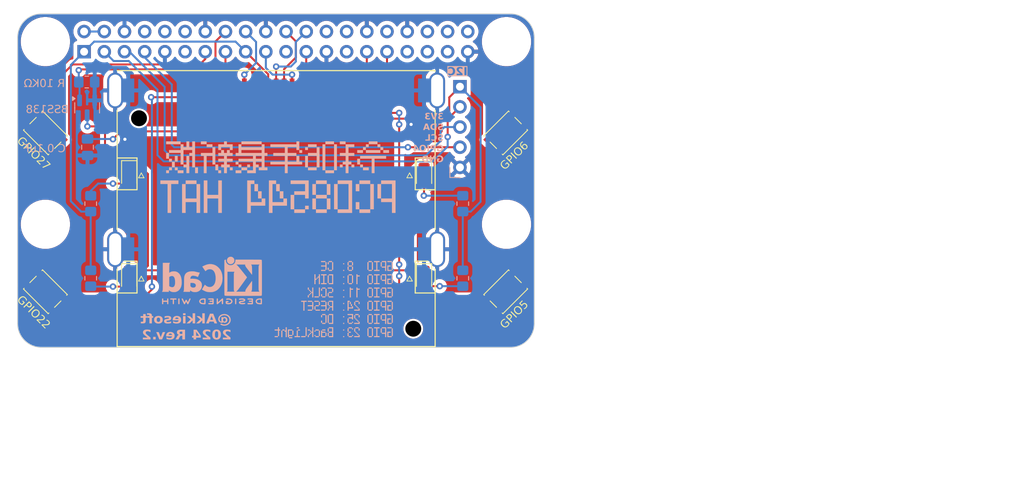
<source format=kicad_pcb>
(kicad_pcb (version 20240108) (generator "pcbnew") (generator_version "8.0")
  (layers (0 "F.Cu" signal) (31 "B.Cu" signal) (34 "B.Paste" user) (35 "F.Paste" user) (36 "B.SilkS" user "B.Silkscreen") (37 "F.SilkS" user "F.Silkscreen") (38 "B.Mask" user) (39 "F.Mask" user) (44 "Edge.Cuts" user))
  (net 0 "")
  (net 1 "Net-(U1-VOUT)")
  (net 2 "GND")
  (net 3 "+3V3")
  (net 4 "+5V")
  (net 5 "Net-(J1-SDA{slash}GPIO2)")
  (net 6 "Net-(J1-SCL{slash}GPIO3)")
  (net 7 "Net-(J1-GCLK0{slash}GPIO4)")
  (net 12 "BTN_4")
  (net 13 "Net-(D1-K)")
  (net 14 "Net-(D1-A)")
  (net 15 "Net-(D2-A)")
  (net 16 "Net-(J1-MOSI0{slash}GPIO10)")
  (net 17 "Net-(D3-A)")
  (net 18 "Net-(D4-A)")
  (net 19 "Net-(J1-SCLK0{slash}GPIO11)")
  (net 20 "Net-(J1-~{CE0}{slash}GPIO8)")
  (net 24 "BTN_1")
  (net 25 "BTN_2")
  (net 33 "BTN_3")
  (net 34 "Net-(J1-GPIO23)")
  (net 35 "Net-(J1-GPIO24)")
  (net 37 "Net-(J1-GPIO25)")
  (footprint "MountingHole:MountingHole_2.7mm_M2.5_uHAT_RPi" (layer "F.Cu") (at 103.5 53.5)
    (property "Reference" "H1" (hide yes))
    (property "Value" "MountingHole" (hide yes))
    (pad "" np_thru_hole circle (at 0 0) (size 2.7 2.7) (drill 2.7) (layers "*.Cu" "*.Mask") (clearance 1.75))
  )
  (footprint "MountingHole:MountingHole_2.7mm_M2.5_uHAT_RPi" (layer "F.Cu") (at 161.5 76.5)
    (property "Reference" "H4" (hide yes))
    (property "Value" "MountingHole" (hide yes))
    (pad "" np_thru_hole circle (at 0 0) (size 2.7 2.7) (drill 2.7) (layers "*.Cu" "*.Mask") (clearance 1.75))
  )
  (footprint "Button_Switch_SMD:SW_SPST_PTS810" (layer "F.Cu") (at 161.4 85 45)
    (property "Reference" "GPIO5" (at -1.272792 2.828427 45) (layer "F.SilkS"))
    (property "Value" "SW_Push" (hide yes))
    (pad "1" smd rect (at -2.075 -1.075 45) (size 1.05 0.65) (layers "F.Cu" "F.Paste" "F.Mask") (net 33 "BTN_3"))
    (pad "1" smd rect (at 2.075 -1.075 45) (size 1.05 0.65) (layers "F.Cu" "F.Paste" "F.Mask") (net 33 "BTN_3"))
    (pad "2" smd rect (at -2.075 1.075 45) (size 1.05 0.65) (layers "F.Cu" "F.Paste" "F.Mask") (net 2 "GND"))
    (pad "2" smd rect (at 2.075 1.075 45) (size 1.05 0.65) (layers "F.Cu" "F.Paste" "F.Mask") (net 2 "GND"))
  )
  (footprint "MountingHole:MountingHole_2.7mm_M2.5_uHAT_RPi" (layer "F.Cu") (at 161.5 53.5)
    (property "Reference" "H2" (hide yes))
    (property "Value" "MountingHole" (hide yes))
    (pad "" np_thru_hole circle (at 0 0) (size 2.7 2.7) (drill 2.7) (layers "F&B.Cu" "*.Mask") (clearance 1.75))
  )
  (footprint "LED_SMD:LED_0805_2012Metric_Pad1.15x1.40mm_HandSolder" (layer "F.Cu") (at 151.13 70.367 -90)
    (property "Reference" "D3" (hide yes))
    (property "Value" "LED")
    (pad "1" smd roundrect (at -1.025 0 270) (size 1.15 1.4) (layers "F.Cu" "F.Paste" "F.Mask") (roundrect_rratio 0.217391) (net 13 "Net-(D1-K)"))
    (pad "2" smd roundrect (at 1.025 0 270) (size 1.15 1.4) (layers "F.Cu" "F.Paste" "F.Mask") (roundrect_rratio 0.217391) (net 17 "Net-(D3-A)"))
  )
  (footprint "Button_Switch_SMD:SW_SPST_PTS810" (layer "F.Cu") (at 103.5 65 -45)
    (property "Reference" "GPIO27" (at 0.777817 2.899138 135) (layer "F.SilkS"))
    (property "Value" "SW_Push" (hide yes))
    (pad "1" smd rect (at -2.075 -1.075 315) (size 1.05 0.65) (layers "F.Cu" "F.Paste" "F.Mask") (net 25 "BTN_2"))
    (pad "1" smd rect (at 2.075 -1.075 315) (size 1.05 0.65) (layers "F.Cu" "F.Paste" "F.Mask") (net 25 "BTN_2"))
    (pad "2" smd rect (at -2.075 1.075 315) (size 1.05 0.65) (layers "F.Cu" "F.Paste" "F.Mask") (net 2 "GND"))
    (pad "2" smd rect (at 2.075 1.075 315) (size 1.05 0.65) (layers "F.Cu" "F.Paste" "F.Mask") (net 2 "GND"))
  )
  (footprint "Button_Switch_SMD:SW_SPST_PTS810" (layer "F.Cu") (at 161.4 65 45)
    (property "Reference" "GPIO6" (at -1.272792 2.828427 45) (layer "F.SilkS"))
    (property "Value" "SW_Push" (hide yes))
    (pad "1" smd rect (at -2.075 -1.075 45) (size 1.05 0.65) (layers "F.Cu" "F.Paste" "F.Mask") (net 12 "BTN_4"))
    (pad "1" smd rect (at 2.075 -1.075 45) (size 1.05 0.65) (layers "F.Cu" "F.Paste" "F.Mask") (net 12 "BTN_4"))
    (pad "2" smd rect (at -2.075 1.075 45) (size 1.05 0.65) (layers "F.Cu" "F.Paste" "F.Mask") (net 2 "GND"))
    (pad "2" smd rect (at 2.075 1.075 45) (size 1.05 0.65) (layers "F.Cu" "F.Paste" "F.Mask") (net 2 "GND"))
  )
  (footprint "LED_SMD:LED_0805_2012Metric_Pad1.15x1.40mm_HandSolder" (layer "F.Cu") (at 151.13 83.321 -90)
    (property "Reference" "D4" (hide yes))
    (property "Value" "LED")
    (pad "1" smd roundrect (at -1.025 0 270) (size 1.15 1.4) (layers "F.Cu" "F.Paste" "F.Mask") (roundrect_rratio 0.217391) (net 13 "Net-(D1-K)"))
    (pad "2" smd roundrect (at 1.025 0 270) (size 1.15 1.4) (layers "F.Cu" "F.Paste" "F.Mask") (roundrect_rratio 0.217391) (net 18 "Net-(D4-A)"))
  )
  (footprint "LED_SMD:LED_0805_2012Metric_Pad1.15x1.40mm_HandSolder" (layer "F.Cu") (at 114.046 83.321 -90)
    (property "Reference" "D2" (hide yes))
    (property "Value" "LED")
    (pad "1" smd roundrect (at -1.025 0 270) (size 1.15 1.4) (layers "F.Cu" "F.Paste" "F.Mask") (roundrect_rratio 0.217391) (net 13 "Net-(D1-K)"))
    (pad "2" smd roundrect (at 1.025 0 270) (size 1.15 1.4) (layers "F.Cu" "F.Paste" "F.Mask") (roundrect_rratio 0.217391) (net 15 "Net-(D2-A)"))
  )
  (footprint "LED_SMD:LED_0805_2012Metric_Pad1.15x1.40mm_HandSolder" (layer "F.Cu") (at 114.046 70.349 -90)
    (property "Reference" "D1" (hide yes))
    (property "Value" "LED")
    (pad "1" smd roundrect (at -1.025 0 270) (size 1.15 1.4) (layers "F.Cu" "F.Paste" "F.Mask") (roundrect_rratio 0.217391) (net 13 "Net-(D1-K)"))
    (pad "2" smd roundrect (at 1.025 0 270) (size 1.15 1.4) (layers "F.Cu" "F.Paste" "F.Mask") (roundrect_rratio 0.217391) (net 14 "Net-(D1-A)"))
  )
  (footprint "Display:Nokia_5110-3310_LCD" (layer "F.Cu") (at 132.524 57.15)
    (property "Reference" "U1" (hide yes))
    (property "Value" "Nokia_5110_LCD")
    (pad "" thru_hole oval (at -20.25 2.5) (size 2 4.5) (drill oval 1.5 4) (layers "*.Cu" "*.Mask") (net 2 "GND"))
    (pad "" thru_hole oval (at -20.25 22.5) (size 2 4.5) (drill oval 1.5 4) (layers "*.Cu" "*.Mask") (net 2 "GND"))
    (pad "" smd rect (at -18.6 2.5) (size 1.5 3) (layers "B.Cu" "B.Mask") (net 2 "GND"))
    (pad "" smd rect (at -18.6 22.5) (size 1.5 3) (layers "B.Cu" "B.Mask") (net 2 "GND"))
    (pad "" np_thru_hole circle (at -17.25 6) (size 2 2) (drill 2) (layers "*.Mask"))
    (pad "" np_thru_hole circle (at 17.25 32.5) (size 2 2) (drill 2) (layers "*.Mask"))
    (pad "" smd rect (at 18.6 2.5) (size 1.5 3) (layers "B.Cu" "B.Mask") (net 2 "GND"))
    (pad "" smd rect (at 18.6 22.5) (size 1.5 3) (layers "B.Cu" "B.Mask") (net 2 "GND"))
    (pad "" thru_hole oval (at 20.25 2.5) (size 2 4.5) (drill oval 1.5 4) (layers "*.Cu" "*.Mask") (net 2 "GND"))
    (pad "" thru_hole oval (at 20.25 22.5) (size 2 4.5) (drill oval 1.5 4) (layers "*.Cu" "*.Mask") (net 2 "GND"))
    (pad "1" smd rect (at -4 2.5) (size 0.6 3) (layers "F.Cu" "F.Mask") (net 35 "Net-(J1-GPIO24)"))
    (pad "2" smd rect (at -3 2.5) (size 0.6 3) (layers "F.Cu" "F.Mask") (net 1 "Net-(U1-VOUT)"))
    (pad "3" smd rect (at -2 2.5) (size 0.6 3) (layers "F.Cu" "F.Mask") (net 2 "GND"))
    (pad "4" smd rect (at -1 2.5) (size 0.6 3) (layers "F.Cu" "F.Mask") (net 3 "+3V3"))
    (pad "5" smd rect (at 0 2.5) (size 0.6 3) (layers "F.Cu" "F.Mask") (net 20 "Net-(J1-~{CE0}{slash}GPIO8)"))
    (pad "6" smd rect (at 1 2.5) (size 0.6 3) (layers "F.Cu" "F.Mask") (net 37 "Net-(J1-GPIO25)"))
    (pad "7" smd rect (at 2 2.5) (size 0.6 3) (layers "F.Cu" "F.Mask") (net 16 "Net-(J1-MOSI0{slash}GPIO10)"))
    (pad "8" smd rect (at 3 2.5) (size 0.6 3) (layers "F.Cu" "F.Mask") (net 19 "Net-(J1-SCLK0{slash}GPIO11)"))
    (pad "9" smd rect (at 4 2.5) (size 0.6 3) (layers "F.Cu" "F.Mask") (net 3 "+3V3"))
  )
  (footprint "Button_Switch_SMD:SW_SPST_PTS810" (layer "F.Cu") (at 103.5 85 -45)
    (property "Reference" "GPIO22" (at 0.777817 2.899138 135) (layer "F.SilkS"))
    (property "Value" "SW_Push" (hide yes))
    (pad "1" smd rect (at -2.075 -1.075 315) (size 1.05 0.65) (layers "F.Cu" "F.Paste" "F.Mask") (net 24 "BTN_1"))
    (pad "1" smd rect (at 2.075 -1.075 315) (size 1.05 0.65) (layers "F.Cu" "F.Paste" "F.Mask") (net 24 "BTN_1"))
    (pad "2" smd rect (at -2.075 1.075 315) (size 1.05 0.65) (layers "F.Cu" "F.Paste" "F.Mask") (net 2 "GND"))
    (pad "2" smd rect (at 2.075 1.075 315) (size 1.05 0.65) (layers "F.Cu" "F.Paste" "F.Mask") (net 2 "GND"))
  )
  (footprint "MountingHole:MountingHole_2.7mm_M2.5_uHAT_RPi" (layer "F.Cu") (at 103.5 76.5)
    (property "Reference" "H3" (hide yes))
    (property "Value" "MountingHole" (hide yes))
    (pad "" np_thru_hole circle (at 0 0) (size 2.7 2.7) (drill 2.7) (layers "*.Cu" "*.Mask") (clearance 1.75))
  )
  (footprint "Connector_PinSocket_2.54mm:PinSocket_2x20_P2.54mm_Vertical_Centered_Anchor" (layer "B.Cu") (at 132.5 53.5 -90)
    (property "Reference" "J1" (hide yes))
    (property "Value" "Raspberry_Pi_2_3" (hide yes))
    (pad "1" thru_hole rect (at 1.27 24.13 270) (size 1.7 1.7) (drill 1) (layers "*.Cu" "*.Mask") (net 3 "+3V3"))
    (pad "2" thru_hole oval (at -1.27 24.13 270) (size 1.7 1.7) (drill 1) (layers "*.Cu" "*.Mask") (net 4 "+5V"))
    (pad "3" thru_hole oval (at 1.27 21.59 270) (size 1.7 1.7) (drill 1) (layers "*.Cu" "*.Mask") (net 5 "Net-(J1-SDA{slash}GPIO2)"))
    (pad "4" thru_hole oval (at -1.27 21.59 270) (size 1.7 1.7) (drill 1) (layers "*.Cu" "*.Mask") (net 4 "+5V"))
    (pad "5" thru_hole oval (at 1.27 19.05 270) (size 1.7 1.7) (drill 1) (layers "*.Cu" "*.Mask") (net 6 "Net-(J1-SCL{slash}GPIO3)"))
    (pad "6" thru_hole oval (at -1.27 19.05 270) (size 1.7 1.7) (drill 1) (layers "*.Cu" "*.Mask") (net 2 "GND"))
    (pad "7" thru_hole oval (at 1.27 16.51 270) (size 1.7 1.7) (drill 1) (layers "*.Cu" "*.Mask") (net 7 "Net-(J1-GCLK0{slash}GPIO4)"))
    (pad "8" thru_hole oval (at -1.27 16.51 270) (size 1.7 1.7) (drill 1) (layers "*.Cu" "*.Mask"))
    (pad "9" thru_hole oval (at 1.27 13.97 270) (size 1.7 1.7) (drill 1) (layers "*.Cu" "*.Mask") (net 2 "GND"))
    (pad "10" thru_hole oval (at -1.27 13.97 270) (size 1.7 1.7) (drill 1) (layers "*.Cu" "*.Mask"))
    (pad "11" thru_hole oval (at 1.27 11.43 270) (size 1.7 1.7) (drill 1) (layers "*.Cu" "*.Mask"))
    (pad "12" thru_hole oval (at -1.27 11.43 270) (size 1.7 1.7) (drill 1) (layers "*.Cu" "*.Mask"))
    (pad "13" thru_hole oval (at 1.27 8.89 270) (size 1.7 1.7) (drill 1) (layers "*.Cu" "*.Mask") (net 25 "BTN_2"))
    (pad "14" thru_hole oval (at -1.27 8.89 270) (size 1.7 1.7) (drill 1) (layers "*.Cu" "*.Mask") (net 2 "GND"))
    (pad "15" thru_hole oval (at 1.27 6.35 270) (size 1.7 1.7) (drill 1) (layers "*.Cu" "*.Mask") (net 24 "BTN_1"))
    (pad "16" thru_hole oval (at -1.27 6.35 270) (size 1.7 1.7) (drill 1) (layers "*.Cu" "*.Mask") (net 34 "Net-(J1-GPIO23)"))
    (pad "17" thru_hole oval (at 1.27 3.81 270) (size 1.7 1.7) (drill 1) (layers "*.Cu" "*.Mask") (net 3 "+3V3"))
    (pad "18" thru_hole oval (at -1.27 3.81 270) (size 1.7 1.7) (drill 1) (layers "*.Cu" "*.Mask") (net 35 "Net-(J1-GPIO24)"))
    (pad "19" thru_hole oval (at 1.27 1.27 270) (size 1.7 1.7) (drill 1) (layers "*.Cu" "*.Mask") (net 16 "Net-(J1-MOSI0{slash}GPIO10)"))
    (pad "20" thru_hole oval (at -1.27 1.27 270) (size 1.7 1.7) (drill 1) (layers "*.Cu" "*.Mask") (net 2 "GND"))
    (pad "21" thru_hole oval (at 1.27 -1.27 270) (size 1.7 1.7) (drill 1) (layers "*.Cu" "*.Mask"))
    (pad "22" thru_hole oval (at -1.27 -1.27 270) (size 1.7 1.7) (drill 1) (layers "*.Cu" "*.Mask") (net 37 "Net-(J1-GPIO25)"))
    (pad "23" thru_hole oval (at 1.27 -3.81 270) (size 1.7 1.7) (drill 1) (layers "*.Cu" "*.Mask") (net 19 "Net-(J1-SCLK0{slash}GPIO11)"))
    (pad "24" thru_hole oval (at -1.27 -3.81 270) (size 1.7 1.7) (drill 1) (layers "*.Cu" "*.Mask") (net 20 "Net-(J1-~{CE0}{slash}GPIO8)"))
    (pad "25" thru_hole oval (at 1.27 -6.35 270) (size 1.7 1.7) (drill 1) (layers "*.Cu" "*.Mask") (net 2 "GND"))
    (pad "26" thru_hole oval (at -1.27 -6.35 270) (size 1.7 1.7) (drill 1) (layers "*.Cu" "*.Mask"))
    (pad "27" thru_hole oval (at 1.27 -8.89 270) (size 1.7 1.7) (drill 1) (layers "*.Cu" "*.Mask"))
    (pad "28" thru_hole oval (at -1.27 -8.89 270) (size 1.7 1.7) (drill 1) (layers "*.Cu" "*.Mask"))
    (pad "29" thru_hole oval (at 1.27 -11.43 270) (size 1.7 1.7) (drill 1) (layers "*.Cu" "*.Mask") (net 33 "BTN_3"))
    (pad "30" thru_hole oval (at -1.27 -11.43 270) (size 1.7 1.7) (drill 1) (layers "*.Cu" "*.Mask") (net 2 "GND"))
    (pad "31" thru_hole oval (at 1.27 -13.97 270) (size 1.7 1.7) (drill 1) (layers "*.Cu" "*.Mask") (net 12 "BTN_4"))
    (pad "32" thru_hole oval (at -1.27 -13.97 270) (size 1.7 1.7) (drill 1) (layers "*.Cu" "*.Mask"))
    (pad "33" thru_hole oval (at 1.27 -16.51 270) (size 1.7 1.7) (drill 1) (layers "*.Cu" "*.Mask"))
    (pad "34" thru_hole oval (at -1.27 -16.51 270) (size 1.7 1.7) (drill 1) (layers "*.Cu" "*.Mask") (net 2 "GND"))
    (pad "35" thru_hole oval (at 1.27 -19.05 270) (size 1.7 1.7) (drill 1) (layers "*.Cu" "*.Mask"))
    (pad "36" thru_hole oval (at -1.27 -19.05 270) (size 1.7 1.7) (drill 1) (layers "*.Cu" "*.Mask"))
    (pad "37" thru_hole oval (at 1.27 -21.59 270) (size 1.7 1.7) (drill 1) (layers "*.Cu" "*.Mask"))
    (pad "38" thru_hole oval (at -1.27 -21.59 270) (size 1.7 1.7) (drill 1) (layers "*.Cu" "*.Mask"))
    (pad "39" thru_hole oval (at 1.27 -24.13 270) (size 1.7 1.7) (drill 1) (layers "*.Cu" "*.Mask") (net 2 "GND"))
    (pad "40" thru_hole oval (at -1.27 -24.13 270) (size 1.7 1.7) (drill 1) (layers "*.Cu" "*.Mask"))
  )
  (footprint "Symbol:KiCad-Logo2_5mm_SilkScreen" (layer "B.Cu") (at 124.46 83.566 180)
    (property "Reference" "REF**" (hide yes))
    (property "Value" "KiCad-Logo2_5mm_SilkScreen" (hide yes))
  )
  (footprint "LOGO" (layer "B.Cu") (at 139.7 85.852 180)
    (property "Reference" "G***" (hide yes))
    (property "Value" "LOGO" (hide yes))
  )
  (footprint "Package_TO_SOT_SMD:SOT-23" (layer "B.Cu") (at 108.75 61.8375 -90)
    (property "Reference" "Q2" (hide yes))
    (property "Value" "BSS138" (at 0.240377 5.027062 180) (layer "B.SilkS") (effects (justify mirror)))
    (pad "1" smd roundrect (at -0.9375 0.95 270) (size 1.475 0.6) (layers "B.Cu" "B.Paste" "B.Mask") (net 34 "Net-(J1-GPIO23)"))
    (pad "2" smd roundrect (at -0.9375 -0.95 270) (size 1.475 0.6) (layers "B.Cu" "B.Paste" "B.Mask") (net 2 "GND"))
    (pad "3" smd roundrect (at 0.9375 0 270) (size 1.475 0.6) (layers "B.Cu" "B.Paste" "B.Mask") (net 13 "Net-(D1-K)"))
  )
  (footprint "LOGO" (layer "B.Cu") (at 132.524 70.612 180)
    (property "Reference" "G***" (hide yes))
    (property "Value" "LOGO" (hide yes))
  )
  (footprint "Resistor_SMD:R_0805_2012Metric_Pad1.20x1.40mm_HandSolder" (layer "B.Cu") (at 156 73.9 -90)
    (property "Reference" "R3" (hide yes))
    (property "Value" "R")
    (pad "1" smd roundrect (at -1 0 270) (size 1.2 1.4) (layers "B.Cu" "B.Paste" "B.Mask") (roundrect_rratio 0.208333) (net 17 "Net-(D3-A)"))
    (pad "2" smd roundrect (at 1 0 270) (size 1.2 1.4) (layers "B.Cu" "B.Paste" "B.Mask") (roundrect_rratio 0.208333) (net 3 "+3V3"))
  )
  (footprint "Capacitor_SMD:C_0805_2012Metric_Pad1.18x1.45mm_HandSolder" (layer "B.Cu") (at 108.8 66.8 -90)
    (property "Reference" "C1" (hide yes))
    (property "Value" "C 0.1uF" (at 0.19892 5.43033 180) (layer "B.SilkS") (effects (justify mirror)))
    (pad "1" smd roundrect (at -1.0375 0 270) (size 1.175 1.45) (layers "B.Cu" "B.Paste" "B.Mask") (roundrect_rratio 0.212766) (net 1 "Net-(U1-VOUT)"))
    (pad "2" smd roundrect (at 1.0375 0 270) (size 1.175 1.45) (layers "B.Cu" "B.Paste" "B.Mask") (roundrect_rratio 0.212766) (net 2 "GND"))
  )
  (footprint "Resistor_SMD:R_0805_2012Metric_Pad1.20x1.40mm_HandSolder" (layer "B.Cu") (at 108.7 58.592745)
    (property "Reference" "R 10KΩ" (at -5.33541 0.212686 0) (layer "B.SilkS") (effects (justify mirror)))
    (property "Value" "R" (hide yes))
    (pad "1" smd roundrect (at -1 0) (size 1.2 1.4) (layers "B.Cu" "B.Paste" "B.Mask") (roundrect_rratio 0.208333) (net 34 "Net-(J1-GPIO23)"))
    (pad "2" smd roundrect (at 1 0) (size 1.2 1.4) (layers "B.Cu" "B.Paste" "B.Mask") (roundrect_rratio 0.208333) (net 2 "GND"))
  )
  (footprint "Connector_PinHeader_2.54mm:PinHeader_1x05_P2.54mm_Horizontal" (layer "B.Cu") (at 155.645 69.337)
    (property "Reference" "J2" (hide yes))
    (property "Value" "Conn_01x05_Socket" (hide yes))
    (pad "1" thru_hole circle (at 0 0) (size 1.7 1.7) (drill 1) (layers "*.Cu" "*.Mask") (net 2 "GND"))
    (pad "2" thru_hole oval (at 0 -2.54) (size 1.7 1.7) (drill 1) (layers "*.Cu" "*.Mask") (net 7 "Net-(J1-GCLK0{slash}GPIO4)"))
    (pad "3" thru_hole oval (at 0 -5.08) (size 1.7 1.7) (drill 1) (layers "*.Cu" "*.Mask") (net 6 "Net-(J1-SCL{slash}GPIO3)"))
    (pad "4" thru_hole oval (at 0 -7.62) (size 1.7 1.7) (drill 1) (layers "*.Cu" "*.Mask") (net 5 "Net-(J1-SDA{slash}GPIO2)"))
    (pad "5" thru_hole rect (at 0 -10.16) (size 1.7 1.7) (drill 1) (layers "*.Cu" "*.Mask") (net 3 "+3V3"))
  )
  (footprint "Resistor_SMD:R_0805_2012Metric_Pad1.20x1.40mm_HandSolder" (layer "B.Cu") (at 109.2 83.296 90)
    (property "Reference" "R2" (hide yes))
    (property "Value" "R")
    (pad "1" smd roundrect (at -1 0 90) (size 1.2 1.4) (layers "B.Cu" "B.Paste" "B.Mask") (roundrect_rratio 0.208333) (net 15 "Net-(D2-A)"))
    (pad "2" smd roundrect (at 1 0 90) (size 1.2 1.4) (layers "B.Cu" "B.Paste" "B.Mask") (roundrect_rratio 0.208333) (net 3 "+3V3"))
  )
  (footprint "Resistor_SMD:R_0805_2012Metric_Pad1.20x1.40mm_HandSolder" (layer "B.Cu") (at 156 83.296 90)
    (property "Reference" "R4" (hide yes))
    (property "Value" "R")
    (pad "1" smd roundrect (at -1 0 90) (size 1.2 1.4) (layers "B.Cu" "B.Paste" "B.Mask") (roundrect_rratio 0.208333) (net 18 "Net-(D4-A)"))
    (pad "2" smd roundrect (at 1 0 90) (size 1.2 1.4) (layers "B.Cu" "B.Paste" "B.Mask") (roundrect_rratio 0.208333) (net 3 "+3V3"))
  )
  (footprint "Resistor_SMD:R_0805_2012Metric_Pad1.20x1.40mm_HandSolder" (layer "B.Cu") (at 109.2 73.9 -90)
    (property "Reference" "R1" (hide yes))
    (property "Value" "R")
    (pad "1" smd roundrect (at -1 0 270) (size 1.2 1.4) (layers "B.Cu" "B.Paste" "B.Mask") (roundrect_rratio 0.208333) (net 14 "Net-(D1-A)"))
    (pad "2" smd roundrect (at 1 0 270) (size 1.2 1.4) (layers "B.Cu" "B.Paste" "B.Mask") (roundrect_rratio 0.208333) (net 3 "+3V3"))
  )
  (gr_line (start 165 53) (end 165 89) (stroke (width 0.1)) (layer "Edge.Cuts"))
  (gr_line (start 103 50) (end 162 50) (stroke (width 0.1)) (layer "Edge.Cuts"))
  (gr_line (start 162 92) (end 103 92) (stroke (width 0.1)) (layer "Edge.Cuts"))
  (gr_arc (start 103 92) (mid 100.87868 91.12132) (end 100 89) (stroke (width 0.1)) (layer "Edge.Cuts"))
  (gr_line (start 100 89) (end 100 53) (stroke (width 0.1)) (layer "Edge.Cuts"))
  (gr_arc (start 100 53) (mid 100.87868 50.87868) (end 103 50) (stroke (width 0.1)) (layer "Edge.Cuts"))
  (gr_arc (start 165 89) (mid 164.12132 91.12132) (end 162 92) (stroke (width 0.1)) (layer "Edge.Cuts"))
  (gr_arc (start 162 50) (mid 164.12132 50.87868) (end 165 53) (stroke (width 0.1)) (layer "Edge.Cuts"))
  (gr_text "@Akkiesoft\n2024 Rev.2" (at 126.930215 91.2 0) (layer "B.SilkS") (effects (font (size 1.2 1.3) (thickness 0.24) (bold yes)) (justify left bottom mirror)))
  (gr_text "I2C" (at 156.6 57.9 0) (layer "B.SilkS" knockout) (effects (font (size 1 1) (thickness 0.14) (bold yes)) (justify left bottom mirror)))
  (gr_text "3V3\nSDA\nSCL\nGPIO4\nGND" (at 153.6 68.8 0) (layer "B.SilkS") (effects (font (size 0.8 0.8) (thickness 0.14) (bold yes)) (justify left bottom mirror)))
  (gr_text "△\n" (at 148.75 70.75 0) (layer "F.SilkS") (effects (font (size 0.8 0.8) (thickness 0.1)) (justify left bottom)))
  (gr_text "△\n" (at 115 83.75 0) (layer "F.SilkS") (effects (font (size 0.8 0.8) (thickness 0.1)) (justify left bottom)))
  (gr_text "△\n" (at 115 70.75 0) (layer "F.SilkS") (effects (font (size 0.8 0.8) (thickness 0.1)) (justify left bottom)))
  (gr_text "△\n" (at 148.75 83.75 0) (layer "F.SilkS") (effects (font (size 0.8 0.8) (thickness 0.1)) (justify left bottom)))
  (segment (start 112.9875 64.8) (end 128.8 64.8) (width 0.25) (layer "F.Cu") (net 1))
  (segment (start 112 65.7875) (end 112.9875 64.8) (width 0.25) (layer "F.Cu") (net 1))
  (segment (start 128.8 64.8) (end 129.524 64.076) (width 0.25) (layer "F.Cu") (net 1))
  (segment (start 129.524 64.076) (end 129.524 59.65) (width 0.25) (layer "F.Cu") (net 1))
  (via (at 112 65.7875) (size 0.8) (drill 0.4) (layers "F.Cu" "B.Cu") (net 1))
  (segment (start 112 65.7875) (end 111.975 65.7625) (width 0.25) (layer "B.Cu") (net 1))
  (segment (start 111.975 65.7625) (end 109.25 65.7625) (width 0.25) (layer "B.Cu") (net 1))
  (via (at 149.5 63.925) (size 0.8) (drill 0.4) (layers "F.Cu" "B.Cu") (net 2))
  (via (at 113.5 65.8) (size 0.8) (drill 0.4) (layers "F.Cu" "B.Cu") (net 2))
  (segment (start 109.7 58.630245) (end 109.6625 58.592745) (width 0.25) (layer "B.Cu") (net 2))
  (segment (start 109.7 60.9) (end 109.7 58.630245) (width 0.25) (layer "B.Cu") (net 2))
  (segment (start 131.524 57.604) (end 128.69 54.77) (width 0.25) (layer "F.Cu") (net 3))
  (segment (start 131.524 62.624) (end 131.524 59.65) (width 0.25) (layer "F.Cu") (net 3))
  (segment (start 153.3 63.2) (end 132.1 63.2) (width 0.25) (layer "F.Cu") (net 3))
  (segment (start 131.524 59.65) (end 131.524 57.604) (width 0.25) (layer "F.Cu") (net 3))
  (segment (start 155.645 59.177) (end 154.3 60.522) (width 0.25) (layer "F.Cu") (net 3))
  (segment (start 154.3 60.522) (end 154.3 62.2) (width 0.25) (layer "F.Cu") (net 3))
  (segment (start 136.524 59.65) (end 136.524 62.524) (width 0.25) (layer "F.Cu") (net 3))
  (segment (start 154.3 62.2) (end 153.3 63.2) (width 0.25) (layer "F.Cu") (net 3))
  (segment (start 136.524 62.524) (end 137.2 63.2) (width 0.25) (layer "F.Cu") (net 3))
  (segment (start 132.1 63.2) (end 131.524 62.624) (width 0.25) (layer "F.Cu") (net 3))
  (segment (start 158.242 73.658) (end 157 74.9) (width 0.25) (layer "B.Cu") (net 3))
  (segment (start 106.7 73.6) (end 106.7 56.44) (width 0.25) (layer "B.Cu") (net 3))
  (segment (start 157 74.9) (end 155.956 74.9) (width 0.25) (layer "B.Cu") (net 3))
  (segment (start 158.242 61.774) (end 158.242 73.658) (width 0.25) (layer "B.Cu") (net 3))
  (segment (start 155.645 59.177) (end 158.242 61.774) (width 0.25) (layer "B.Cu") (net 3))
  (segment (start 109.2 74.9) (end 108 74.9) (width 0.25) (layer "B.Cu") (net 3))
  (segment (start 109.2 74.9) (end 109.2 82.296) (width 0.25) (layer "B.Cu") (net 3))
  (segment (start 109.64 53.5) (end 127.42 53.5) (width 0.25) (layer "B.Cu") (net 3))
  (segment (start 127.42 53.5) (end 128.69 54.77) (width 0.25) (layer "B.Cu") (net 3))
  (segment (start 108.37 54.77) (end 109.64 53.5) (width 0.25) (layer "B.Cu") (net 3))
  (segment (start 108 74.9) (end 106.7 73.6) (width 0.25) (layer "B.Cu") (net 3))
  (segment (start 156 74.9) (end 156 82.296) (width 0.25) (layer "B.Cu") (net 3))
  (segment (start 106.7 56.44) (end 108.37 54.77) (width 0.25) (layer "B.Cu") (net 3))
  (segment (start 108.37 52.23) (end 110.91 52.23) (width 0.25) (layer "B.Cu") (net 4))
  (segment (start 154.1 65.5) (end 154.1 63.262) (width 0.25) (layer "F.Cu") (net 5))
  (segment (start 154.1 63.262) (end 155.645 61.717) (width 0.25) (layer "F.Cu") (net 5))
  (via (at 154.1 65.5) (size 0.8) (drill 0.4) (layers "F.Cu" "B.Cu") (net 5))
  (segment (start 118.38 68.58) (end 152.18 68.58) (width 0.25) (layer "B.Cu") (net 5))
  (segment (start 110.91 54.77) (end 112.085 55.945) (width 0.25) (layer "B.Cu") (net 5))
  (segment (start 154.1 66.7) (end 154.1 65.5) (width 0.25) (layer "B.Cu") (net 5))
  (segment (start 117.6 59.556396) (end 117.6 67.8) (width 0.25) (layer "B.Cu") (net 5))
  (segment (start 117.6 67.8) (end 118.38 68.58) (width 0.25) (layer "B.Cu") (net 5))
  (segment (start 152.18 68.58) (end 152.2 68.6) (width 0.25) (layer "B.Cu") (net 5))
  (segment (start 113.988604 55.945) (end 117.6 59.556396) (width 0.25) (layer "B.Cu") (net 5))
  (segment (start 112.085 55.945) (end 113.988604 55.945) (width 0.25) (layer "B.Cu") (net 5))
  (segment (start 152.2 68.6) (end 154.1 66.7) (width 0.25) (layer "B.Cu") (net 5))
  (segment (start 153.2 66.002) (end 153.2 64.744) (width 0.25) (layer "B.Cu") (net 6))
  (segment (start 153.687 64.257) (end 155.645 64.257) (width 0.25) (layer "B.Cu") (net 6))
  (segment (start 118.5 59.2) (end 118.5 67.2) (width 0.25) (layer "B.Cu") (net 6))
  (segment (start 153.2 64.744) (end 153.687 64.257) (width 0.25) (layer "B.Cu") (net 6))
  (segment (start 114.07 54.77) (end 118.5 59.2) (width 0.25) (layer "B.Cu") (net 6))
  (segment (start 119.118 67.818) (end 151.384 67.818) (width 0.25) (layer "B.Cu") (net 6))
  (segment (start 113.45 54.77) (end 114.07 54.77) (width 0.25) (layer "B.Cu") (net 6))
  (segment (start 151.384 67.818) (end 153.2 66.002) (width 0.25) (layer "B.Cu") (net 6))
  (segment (start 118.5 67.2) (end 119.118 67.818) (width 0.25) (layer "B.Cu") (net 6))
  (segment (start 149.105 66.797) (end 155.645 66.797) (width 0.25) (layer "F.Cu") (net 7))
  (segment (start 149.1 66.802) (end 149.105 66.797) (width 0.25) (layer "F.Cu") (net 7))
  (via (at 149.1 66.802) (size 0.8) (drill 0.4) (layers "F.Cu" "B.Cu") (net 7))
  (segment (start 119.4 66.5) (end 119.4 58.9) (width 0.25) (layer "B.Cu") (net 7))
  (segment (start 149.1 66.802) (end 119.702 66.802) (width 0.25) (layer "B.Cu") (net 7))
  (segment (start 119.702 66.802) (end 119.4 66.5) (width 0.25) (layer "B.Cu") (net 7))
  (segment (start 115.99 55.49) (end 115.99 54.77) (width 0.25) (layer "B.Cu") (net 7))
  (segment (start 119.4 58.9) (end 115.99 55.49) (width 0.25) (layer "B.Cu") (net 7))
  (segment (start 159.172614 65.707107) (end 162.107107 62.772614) (width 0.25) (layer "F.Cu") (net 12))
  (segment (start 146.9 56.7) (end 146.47 56.27) (width 0.25) (layer "F.Cu") (net 12))
  (segment (start 157.7 56.7) (end 146.9 56.7) (width 0.25) (layer "F.Cu") (net 12))
  (segment (start 146.47 56.27) (end 146.47 54.77) (width 0.25) (layer "F.Cu") (net 12))
  (segment (start 159.172614 58.172614) (end 157.7 56.7) (width 0.25) (layer "F.Cu") (net 12))
  (segment (start 159.172614 65.707107) (end 159.172614 58.172614) (width 0.25) (layer "F.Cu") (net 12))
  (segment (start 111.824 69.324) (end 114.046 69.324) (width 0.25) (layer "F.Cu") (net 13))
  (segment (start 111 68.5) (end 111.824 69.324) (width 0.25) (layer "F.Cu") (net 13))
  (segment (start 149.6 70) (end 150.258 69.342) (width 0.25) (layer "F.Cu") (net 13))
  (segment (start 108.784401 64.176482) (end 110.276482 64.176482) (width 0.25) (layer "F.Cu") (net 13))
  (segment (start 116.4 81.72) (end 115.824 82.296) (width 0.25) (layer "F.Cu") (net 13))
  (segment (start 150.258 69.342) (end 151.13 69.342) (width 0.25) (layer "F.Cu") (net 13))
  (segment (start 110.276482 64.176482) (end 111 64.9) (width 0.25) (layer "F.Cu") (net 13))
  (segment (start 150.196 82.296) (end 149.6 81.7) (width 0.25) (layer "F.Cu") (net 13))
  (segment (start 115.824 82.296) (end 151.13 82.296) (width 0.25) (layer "F.Cu") (net 13))
  (segment (start 151.13 82.296) (end 150.196 82.296) (width 0.25) (layer "F.Cu") (net 13))
  (segment (start 111 64.9) (end 111 68.5) (width 0.25) (layer "F.Cu") (net 13))
  (segment (start 116.4 70.172) (end 116.4 81.72) (width 0.25) (layer "F.Cu") (net 13))
  (segment (start 115.824 82.296) (end 114.046 82.296) (width 0.25) (layer "F.Cu") (net 13))
  (segment (start 115.552 69.324) (end 116.4 70.172) (width 0.25) (layer "F.Cu") (net 13))
  (segment (start 149.6 81.7) (end 149.6 70) (width 0.25) (layer "F.Cu") (net 13))
  (segment (start 114.046 69.324) (end 115.552 69.324) (width 0.25) (layer "F.Cu") (net 13))
  (via (at 108.784401 64.176482) (size 0.8) (drill 0.4) (layers "F.Cu" "B.Cu") (net 13))
  (segment (start 108.784401 62.809401) (end 108.75 62.775) (width 0.25) (layer "B.Cu") (net 13))
  (segment (start 108.784401 64.176482) (end 108.784401 62.809401) (width 0.25) (layer "B.Cu") (net 13))
  (segment (start 114.046 71.374) (end 112 71.374) (width 0.25) (layer "F.Cu") (net 14))
  (via (at 112 71.374) (size 0.8) (drill 0.4) (layers "F.Cu" "B.Cu") (net 14))
  (segment (start 109.2 72.3) (end 109.2 72.9) (width 0.25) (layer "B.Cu") (net 14))
  (segment (start 112 71.374) (end 110.126 71.374) (width 0.25) (layer "B.Cu") (net 14))
  (segment (start 110.126 71.374) (end 109.2 72.3) (width 0.25) (layer "B.Cu") (net 14))
  (segment (start 114.046 84.346) (end 112 84.346) (width 0.25) (layer "F.Cu") (net 15))
  (via (at 112 84.346) (size 0.8) (drill 0.4) (layers "F.Cu" "B.Cu") (net 15))
  (segment (start 112 84.346) (end 109.27 84.346) (width 0.25) (layer "B.Cu") (net 15))
  (segment (start 134.524 57.658) (end 134.524 59.65) (width 0.25) (layer "F.Cu") (net 16))
  (via (at 134.524 57.658) (size 0.8) (drill 0.4) (layers "F.Cu" "B.Cu") (net 16))
  (segment (start 132.08 57.658) (end 131.23 56.808) (width 0.25) (layer "B.Cu") (net 16))
  (segment (start 131.23 56.808) (end 131.23 54.77) (width 0.25) (layer "B.Cu") (net 16))
  (segment (start 134.524 57.658) (end 132.08 57.658) (width 0.25) (layer "B.Cu") (net 16))
  (segment (start 151.13 72.87) (end 151.13 71.392) (width 0.25) (layer "F.Cu") (net 17))
  (segment (start 151.1 72.9) (end 151.13 72.87) (width 0.25) (layer "F.Cu") (net 17))
  (via (at 151.1 72.9) (size 0.8) (drill 0.4) (layers "F.Cu" "B.Cu") (net 17))
  (segment (start 156 72.9) (end 151.1 72.9) (width 0.25) (layer "B.Cu") (net 17))
  (segment (start 151.18 84.296) (end 151.13 84.346) (width 0.25) (layer "F.Cu") (net 18))
  (segment (start 153.183633 84.296) (end 151.18 84.296) (width 0.25) (layer "F.Cu") (net 18))
  (via (at 153.1 84.296) (size 0.8) (drill 0.4) (layers "F.Cu" "B.Cu") (net 18))
  (segment (start 155.956 84.296) (end 153.183633 84.296) (width 0.25) (layer "B.Cu") (net 18))
  (segment (start 135.524 57.77) (end 136.31 56.984) (width 0.25) (layer "F.Cu") (net 19))
  (segment (start 135.524 59.65) (end 135.524 57.77) (width 0.25) (layer "F.Cu") (net 19))
  (segment (start 136.31 56.984) (end 136.31 54.77) (width 0.25) (layer "F.Cu") (net 19))
  (segment (start 132.524 56.642) (end 132.524 59.65) (width 0.25) (layer "F.Cu") (net 20))
  (via (at 132.524 56.642) (size 0.8) (drill 0.4) (layers "F.Cu" "B.Cu") (net 20))
  (segment (start 132.524 56.642) (end 134.366 56.642) (width 0.25) (layer "B.Cu") (net 20))
  (segment (start 135 53.54) (end 136.31 52.23) (width 0.25) (layer "B.Cu") (net 20))
  (segment (start 134.366 56.642) (end 135 56.008) (width 0.25) (layer "B.Cu") (net 20))
  (segment (start 135 56.008) (end 135 53.54) (width 0.25) (layer "B.Cu") (net 20))
  (segment (start 126.15 59.65) (end 126.15 54.77) (width 0.25) (layer "F.Cu") (net 24))
  (segment (start 115.892893 85.707107) (end 105.727386 85.707107) (width 0.25) (layer "F.Cu") (net 24))
  (segment (start 116.8 60.5) (end 125.3 60.5) (width 0.25) (layer "F.Cu") (net 24))
  (segment (start 116.9 84.7) (end 115.892893 85.707107) (width 0.25) (layer "F.Cu") (net 24))
  (segment (start 125.3 60.5) (end 126.15 59.65) (width 0.25) (layer "F.Cu") (net 24))
  (segment (start 105.727386 85.707107) (end 102.792893 82.772614) (width 0.25) (layer "F.Cu") (net 24))
  (segment (start 116.9 84.4) (end 116.9 84.7) (width 0.25) (layer "F.Cu") (net 24))
  (via (at 116.9 84.346) (size 0.8) (drill 0.4) (layers "F.Cu" "B.Cu") (net 24))
  (via (at 116.8 60.5) (size 0.8) (drill 0.4) (layers "F.Cu" "B.Cu") (net 24))
  (segment (start 116.9 84.4) (end 116.9 60.6) (width 0.25) (layer "B.Cu") (net 24))
  (segment (start 116.9 60.6) (end 116.8 60.5) (width 0.25) (layer "B.Cu") (net 24))
  (segment (start 105.727386 65.707107) (end 105.727386 57.572614) (width 0.25) (layer "F.Cu") (net 25))
  (segment (start 106.925 56.375) (end 122.925 56.375) (width 0.25) (layer "F.Cu") (net 25))
  (segment (start 123.61 55.69) (end 123.61 54.77) (width 0.25) (layer "F.Cu") (net 25))
  (segment (start 105.727386 57.572614) (end 106.925 56.375) (width 0.25) (layer "F.Cu") (net 25))
  (segment (start 102.792893 62.772614) (end 105.727386 65.707107) (width 0.25) (layer "F.Cu") (net 25))
  (segment (start 122.925 56.375) (end 123.61 55.69) (width 0.25) (layer "F.Cu") (net 25))
  (segment (start 148 83.021) (end 148 84.8) (width 0.25) (layer "F.Cu") (net 33))
  (segment (start 148 84.8) (end 148.907107 85.707107) (width 0.25) (layer "F.Cu") (net 33))
  (segment (start 144.675 62.475) (end 143.93 61.73) (width 0.25) (layer "F.Cu") (net 33))
  (segment (start 162.107107 82.772614) (end 159.172614 85.707107) (width 0.25) (layer "F.Cu") (net 33))
  (segment (start 148.907107 85.707107) (end 159.172614 85.707107) (width 0.25) (layer "F.Cu") (net 33))
  (segment (start 143.93 61.73) (end 143.93 54.77) (width 0.25) (layer "F.Cu") (net 33))
  (segment (start 148 62.475) (end 144.675 62.475) (width 0.25) (layer "F.Cu") (net 33))
  (segment (start 148 81.571) (end 148 63.925) (width 0.25) (layer "F.Cu") (net 33))
  (via (at 148 83.021) (size 0.8) (drill 0.4) (layers "F.Cu" "B.Cu") (net 33))
  (via (at 148 62.475) (size 0.8) (drill 0.4) (layers "F.Cu" "B.Cu") (net 33))
  (via (at 148 81.571) (size 0.8) (drill 0.4) (layers "F.Cu" "B.Cu") (net 33))
  (via (at 148 63.925) (size 0.8) (drill 0.4) (layers "F.Cu" "B.Cu") (net 33))
  (segment (start 148 83.021) (end 148 81.571) (width 0.25) (layer "B.Cu") (net 33))
  (segment (start 148 63.925) (end 148 62.475) (width 0.25) (layer "B.Cu") (net 33))
  (segment (start 123.5 57) (end 124.893051 55.606949) (width 0.25) (layer "F.Cu") (net 34))
  (segment (start 124.893051 55.606949) (end 124.893051 53.486949) (width 0.25) (layer "F.Cu") (net 34))
  (segment (start 107.796 57) (end 123.5 57) (width 0.25) (layer "F.Cu") (net 34))
  (segment (start 124.893051 53.486949) (end 126.15 52.23) (width 0.25) (layer "F.Cu") (net 34))
  (segment (start 107.696 57.1) (end 107.796 57) (width 0.25) (layer "F.Cu") (net 34))
  (via (at 107.696 57.1) (size 0.8) (drill 0.4) (layers "F.Cu" "B.Cu") (net 34))
  (segment (start 107.8 60.9) (end 107.8 58.730245) (width 0.25) (layer "B.Cu") (net 34))
  (segment (start 107.696 57.1) (end 107.696 58.504) (width 0.25) (layer "B.Cu") (net 34))
  (segment (start 107.8 58.730245) (end 107.6625 58.592745) (width 0.25) (layer "B.Cu") (net 34))
  (segment (start 107.696 58.504) (end 107.6 58.6) (width 0.25) (layer "B.Cu") (net 34))
  (segment (start 128.524 57.658) (end 128.524 59.65) (width 0.25) (layer "F.Cu") (net 35))
  (via (at 128.524 57.658) (size 0.8) (drill 0.4) (layers "F.Cu" "B.Cu") (net 35))
  (segment (start 130 53.54) (end 130 56.182) (width 0.25) (layer "B.Cu") (net 35))
  (segment (start 130 56.182) (end 128.524 57.658) (width 0.25) (layer "B.Cu") (net 35))
  (segment (start 128.69 52.23) (end 130 53.54) (width 0.25) (layer "B.Cu") (net 35))
  (segment (start 135 53.46) (end 133.77 52.23) (width 0.25) (layer "F.Cu") (net 37))
  (segment (start 133.524 56.976) (end 135 55.5) (width 0.25) (layer "F.Cu") (net 37))
  (segment (start 133.524 59.65) (end 133.524 56.976) (width 0.25) (layer "F.Cu") (net 37))
  (segment (start 135 55.5) (end 135 53.46) (width 0.25) (layer "F.Cu") (net 37))
  (zone (net 2) (net_name "GND") (layers "F&B.Cu") (connect_pads (clearance 0.5)) (min_thickness 0.25) (fill yes (thermal_gap 0.5) (thermal_bridge_width 0.5))
    (polygon (pts (xy 97.79 48.26) (xy 167.64 48.26) (xy 167.64 109.22) (xy 97.79 109.22)))
  )
)
</source>
